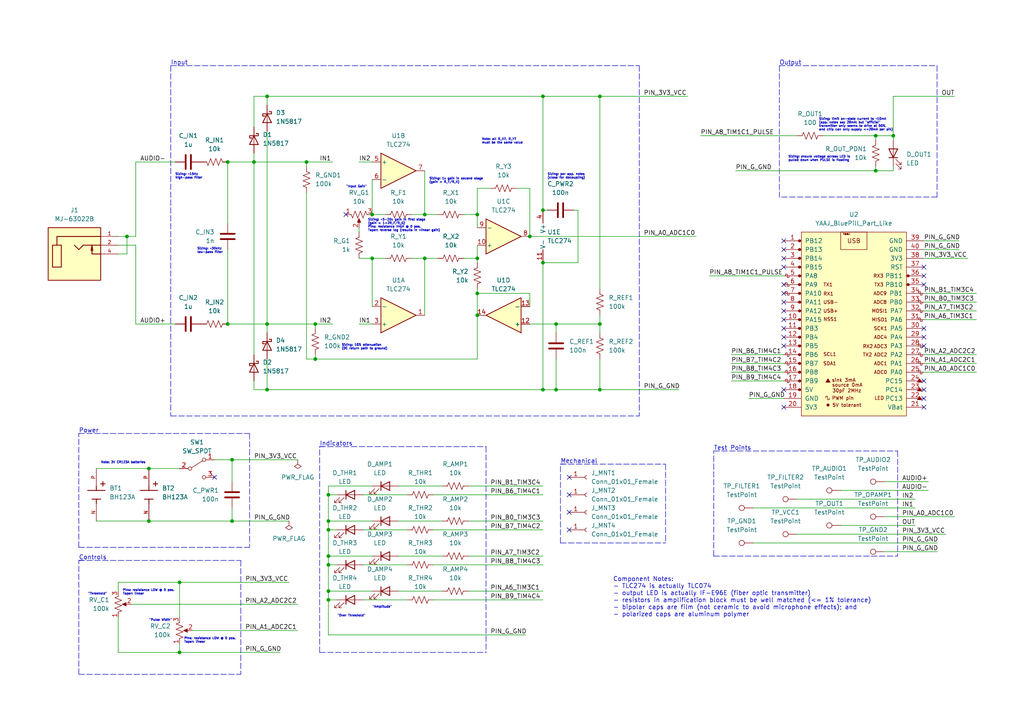
<source format=kicad_sch>
(kicad_sch (version 20211123) (generator eeschema)
  (paper "A4")
  (lib_symbols
    (symbol "Amplifier_Operational:TLC274" (pin_names (offset 0.127))
      (property "Reference" "U" (at 0 5.08 0))
      (property "Value" "TLC274" (at 0 -5.08 0))
      (symbol "TLC274_1_1"
        (pin output line (at 7.62 0 180) (length 2.54) (name "~") (number "1"))
        (pin input line (at -7.62 -2.54 0) (length 2.54) (name "-") (number "2"))
        (pin input line (at -7.62 2.54 0) (length 2.54) (name "+") (number "3"))
      )
      (symbol "TLC274_2_1"
        (pin input line (at -7.62 2.54 0) (length 2.54) (name "+") (number "5"))
        (pin input line (at -7.62 -2.54 0) (length 2.54) (name "-") (number "6"))
        (pin output line (at 7.62 0 180) (length 2.54) (name "~") (number "7"))
      )
      (symbol "TLC274_3_1"
        (pin input line (at -7.62 2.54 0) (length 2.54) (name "+") (number "10"))
        (pin output line (at 7.62 0 180) (length 2.54) (name "~") (number "8"))
        (pin input line (at -7.62 -2.54 0) (length 2.54) (name "-") (number "9"))
      )
      (symbol "TLC274_4_1"
        (pin input line (at -7.62 2.54 0) (length 2.54) (name "+") (number "12"))
        (pin input line (at -7.62 -2.54 0) (length 2.54) (name "-") (number "13"))
        (pin output line (at 7.62 0 180) (length 2.54) (name "~") (number "14"))
      )
      (symbol "TLC274_5_1"
        (pin power_in line (at -2.54 -7.62 90) (length 3.81) (name "V-") (number "11"))
        (pin power_in line (at -2.54 7.62 270) (length 3.81) (name "V+") (number "4"))
      )
    )
    (symbol "Connector:Conn_01x01_Female" (pin_names (offset 1.016) hide)
      (property "Reference" "J" (at 0 2.54 0))
      (property "Value" "Conn_01x01_Female" (at 0 -2.54 0))
      (symbol "Conn_01x01_Female_1_1"
        (pin passive line (at -5.08 0 0) (length 3.81) (name "Pin_1") (number "1"))
      )
    )
    (symbol "Connector:TestPoint" (pin_numbers hide) (pin_names (offset 0.762) hide)
      (property "Reference" "TP" (at 0 6.858 0))
      (property "Value" "TestPoint" (at 0 5.08 0))
      (symbol "TestPoint_1_1"
        (pin passive line (at 0 0 90) (length 2.54) (name "1") (number "1"))
      )
    )
    (symbol "Custom_Symbols:BH123A" (pin_names (offset 1.016) hide)
      (property "Reference" "BT" (at -3.81 3.81 0))
      (property "Value" "BH123A" (at -3.81 -5.08 0))
      (symbol "BH123A_0_0"
        (pin passive line (at 7.62 0 180) (length 5.08) (name "~") (number "N"))
        (pin passive line (at -7.62 0 0) (length 5.08) (name "~") (number "P"))
      )
    )
    (symbol "Custom_Symbols:MJ-63022B" (pin_names (offset 1.016) hide)
      (property "Reference" "J" (at -7.62 8.382 0))
      (property "Value" "MJ-63022B" (at -7.62 -8.382 0))
      (symbol "MJ-63022B_0_0"
        (pin passive line (at 12.7 5.08 180) (length 5.08) (name "~") (number "1"))
        (pin passive line (at 12.7 2.54 180) (length 5.08) (name "~") (number "2"))
        (pin passive line (at 12.7 0 180) (length 5.08) (name "~") (number "4"))
      )
    )
    (symbol "Custom_Symbols:YAAJ_BluePill_Part_Like" (pin_names (offset 1.016))
      (property "Reference" "U" (at -12.7 25.4 0))
      (property "Value" "YAAJ_BluePill_Part_Like" (at 0 2.54 90))
      (symbol "YAAJ_BluePill_Part_Like_0_0"
        (text "30pF 2MHz" (at -2.032 -20.574 0) (effects (font (size 0.9906 0.9906))))
        (text "5V tolerant" (at -2.032 -24.765 0) (effects (font (size 0.9906 0.9906))))
        (text "ADC0" (at 7.747 -15.24 0) (effects (font (size 0.9906 0.9906))))
        (text "ADC1" (at 7.747 -12.7 0) (effects (font (size 0.9906 0.9906))))
        (text "ADC2" (at 7.747 -10.16 0) (effects (font (size 0.9906 0.9906))))
        (text "ADC3" (at 7.747 -7.747 0) (effects (font (size 0.9906 0.9906))))
        (text "ADC4" (at 7.747 -5.08 0) (effects (font (size 0.9906 0.9906))))
        (text "ADC8" (at 7.62 5.08 0) (effects (font (size 0.9906 0.9906))))
        (text "ADC9" (at 7.62 7.62 0) (effects (font (size 0.9906 0.9906))))
        (text "LED" (at 7.366 -22.733 0) (effects (font (size 0.9906 0.9906))))
        (text "MISO1" (at 7.493 0 0) (effects (font (size 0.9906 0.9906))))
        (text "MOSI1" (at 7.493 2.54 0) (effects (font (size 0.9906 0.9906))))
        (text "NSS1" (at -6.858 0.127 0) (effects (font (size 0.9906 0.9906))))
        (text "PWM pin" (at -3.175 -22.733 0) (effects (font (size 0.9906 0.9906))))
        (text "RX1" (at -7.366 7.493 0) (effects (font (size 0.9906 0.9906))))
        (text "RX2" (at 4.064 -7.747 0) (effects (font (size 0.9906 0.9906))))
        (text "RX3" (at 7.112 12.7 0) (effects (font (size 0.9906 0.9906))))
        (text "SCK1" (at 7.747 -2.54 0) (effects (font (size 0.9906 0.9906))))
        (text "SCL1" (at -6.985 -10.033 0) (effects (font (size 0.9906 0.9906))))
        (text "SDA1" (at -6.985 -12.7 0) (effects (font (size 0.9906 0.9906))))
        (text "sink 3mA" (at -2.921 -17.526 0) (effects (font (size 0.9906 0.9906))))
        (text "source 0mA" (at -1.905 -18.923 0) (effects (font (size 0.9906 0.9906))))
        (text "TX1" (at -7.493 10.16 0) (effects (font (size 0.9906 0.9906))))
        (text "TX2" (at 3.937 -10.16 0) (effects (font (size 0.9906 0.9906))))
        (text "TX3" (at 7.239 10.16 0) (effects (font (size 0.9906 0.9906))))
        (text "USB" (at 0 22.86 0) (effects (font (size 1.27 1.27))))
        (text "USB+" (at -6.731 2.54 0) (effects (font (size 0.9906 0.9906))))
        (text "USB-" (at -6.731 5.08 0) (effects (font (size 0.9906 0.9906))))
        (text "Y@@J" (at -2.159 24.892 0) (effects (font (size 0.508 0.508))))
      )
      (symbol "YAAJ_BluePill_Part_Like_1_1"
        (pin bidirectional line (at -20.32 22.86 0) (length 5.08) (name "PB12") (number "1"))
        (pin bidirectional line (at -20.32 0 0) (length 5.08) (name "PA15") (number "10"))
        (pin bidirectional line (at -20.32 -2.54 0) (length 5.08) (name "PB3") (number "11"))
        (pin bidirectional line (at -20.32 -5.08 0) (length 5.08) (name "PB4") (number "12"))
        (pin bidirectional line (at -20.32 -7.62 0) (length 5.08) (name "PB5") (number "13"))
        (pin bidirectional line (at -20.32 -10.16 0) (length 5.08) (name "PB6") (number "14"))
        (pin bidirectional line (at -20.32 -12.7 0) (length 5.08) (name "PB7") (number "15"))
        (pin bidirectional line (at -20.32 -15.24 0) (length 5.08) (name "PB8") (number "16"))
        (pin bidirectional line (at -20.32 -17.78 0) (length 5.08) (name "PB9") (number "17"))
        (pin power_in line (at -20.32 -20.32 0) (length 5.08) (name "5V") (number "18"))
        (pin power_in line (at -20.32 -22.86 0) (length 5.08) (name "GND") (number "19"))
        (pin bidirectional line (at -20.32 20.32 0) (length 5.08) (name "PB13") (number "2"))
        (pin power_in line (at -20.32 -25.4 0) (length 5.08) (name "3V3") (number "20"))
        (pin power_in line (at 20.32 -25.4 180) (length 5.08) (name "VBat") (number "21"))
        (pin bidirectional line (at 20.32 -22.86 180) (length 5.08) (name "PC13") (number "22"))
        (pin bidirectional line (at 20.32 -20.32 180) (length 5.08) (name "PC14") (number "23"))
        (pin bidirectional line (at 20.32 -17.78 180) (length 5.08) (name "PC15") (number "24"))
        (pin bidirectional line (at 20.32 -15.24 180) (length 5.08) (name "PA0") (number "25"))
        (pin bidirectional line (at 20.32 -12.7 180) (length 5.08) (name "PA1") (number "26"))
        (pin bidirectional line (at 20.32 -10.16 180) (length 5.08) (name "PA2") (number "27"))
        (pin bidirectional line (at 20.32 -7.62 180) (length 5.08) (name "PA3") (number "28"))
        (pin bidirectional line (at 20.32 -5.08 180) (length 5.08) (name "PA4") (number "29"))
        (pin bidirectional line (at -20.32 17.78 0) (length 5.08) (name "PB14") (number "3"))
        (pin bidirectional line (at 20.32 -2.54 180) (length 5.08) (name "PA5") (number "30"))
        (pin bidirectional line (at 20.32 0 180) (length 5.08) (name "PA6") (number "31"))
        (pin bidirectional line (at 20.32 2.54 180) (length 5.08) (name "PA7") (number "32"))
        (pin bidirectional line (at 20.32 5.08 180) (length 5.08) (name "PB0") (number "33"))
        (pin bidirectional line (at 20.32 7.62 180) (length 5.08) (name "PB1") (number "34"))
        (pin bidirectional line (at 20.32 10.16 180) (length 5.08) (name "PB10") (number "35"))
        (pin bidirectional line (at 20.32 12.7 180) (length 5.08) (name "PB11") (number "36"))
        (pin input line (at 20.32 15.24 180) (length 5.08) (name "RST") (number "37"))
        (pin power_in line (at 20.32 17.78 180) (length 5.08) (name "3V3") (number "38"))
        (pin power_in line (at 20.32 22.86 180) (length 5.08) (name "GND") (number "39"))
        (pin bidirectional line (at -20.32 15.24 0) (length 5.08) (name "PB15") (number "4"))
        (pin power_in line (at 20.32 20.32 180) (length 5.08) (name "GND") (number "40"))
        (pin bidirectional line (at -20.32 12.7 0) (length 5.08) (name "PA8") (number "5"))
        (pin bidirectional line (at -20.32 10.16 0) (length 5.08) (name "PA9") (number "6"))
        (pin bidirectional line (at -20.32 7.62 0) (length 5.08) (name "PA10") (number "7"))
        (pin bidirectional line (at -20.32 5.08 0) (length 5.08) (name "PA11") (number "8"))
        (pin bidirectional line (at -20.32 2.54 0) (length 5.08) (name "PA12") (number "9"))
      )
    )
    (symbol "Device:C" (pin_numbers hide) (pin_names (offset 0.254))
      (property "Reference" "C" (at 0.635 2.54 0))
      (property "Value" "C" (at 0.635 -2.54 0))
      (symbol "C_1_1"
        (pin passive line (at 0 3.81 270) (length 2.794) (name "~") (number "1"))
        (pin passive line (at 0 -3.81 90) (length 2.794) (name "~") (number "2"))
      )
    )
    (symbol "Device:LED" (pin_numbers hide) (pin_names (offset 1.016) hide)
      (property "Reference" "D" (at 0 2.54 0))
      (property "Value" "LED" (at 0 -2.54 0))
      (symbol "LED_1_1"
        (pin passive line (at -3.81 0 0) (length 2.54) (name "K") (number "1"))
        (pin passive line (at 3.81 0 180) (length 2.54) (name "A") (number "2"))
      )
    )
    (symbol "Device:R_Potentiometer_US" (pin_names (offset 1.016) hide)
      (property "Reference" "RV" (at -4.445 0 90))
      (property "Value" "R_Potentiometer_US" (at -2.54 0 90))
      (symbol "R_Potentiometer_US_1_1"
        (pin passive line (at 0 3.81 270) (length 1.27) (name "1") (number "1"))
        (pin passive line (at 3.81 0 180) (length 1.27) (name "2") (number "2"))
        (pin passive line (at 0 -3.81 90) (length 1.27) (name "3") (number "3"))
      )
    )
    (symbol "Device:R_US" (pin_numbers hide) (pin_names (offset 0))
      (property "Reference" "R" (at 2.54 0 90))
      (property "Value" "R_US" (at -2.54 0 90))
      (symbol "R_US_1_1"
        (pin passive line (at 0 3.81 270) (length 1.27) (name "~") (number "1"))
        (pin passive line (at 0 -3.81 90) (length 1.27) (name "~") (number "2"))
      )
    )
    (symbol "Diode:1N5817" (pin_numbers hide) (pin_names (offset 1.016) hide)
      (property "Reference" "D" (at 0 2.54 0))
      (property "Value" "1N5817" (at 0 -2.54 0))
      (symbol "1N5817_1_1"
        (pin passive line (at -3.81 0 0) (length 2.54) (name "K") (number "1"))
        (pin passive line (at 3.81 0 180) (length 2.54) (name "A") (number "2"))
      )
    )
    (symbol "Switch:SW_SPDT" (pin_names (offset 0) hide)
      (property "Reference" "SW" (at 0 4.318 0))
      (property "Value" "SW_SPDT" (at 0 -5.08 0))
      (symbol "SW_SPDT_1_1"
        (pin passive line (at 5.08 2.54 180) (length 2.54) (name "A") (number "1"))
        (pin passive line (at -5.08 0 0) (length 2.54) (name "B") (number "2"))
        (pin passive line (at 5.08 -2.54 180) (length 2.54) (name "C") (number "3"))
      )
    )
    (symbol "power:PWR_FLAG" (power) (pin_numbers hide) (pin_names (offset 0) hide)
      (property "Value" "PWR_FLAG" (at 0 3.81 0))
      (symbol "PWR_FLAG_0_0"
        (pin power_out line (at 0 0 90) (length 0) (name "pwr") (number "1"))
      )
    )
  )
  (junction (at 95.25 153.67))
  (junction (at 88.9 46.99))
  (junction (at 157.48 113.03))
  (junction (at 67.31 133.35))
  (junction (at 91.44 104.14))
  (junction (at 161.29 93.98))
  (junction (at 123.19 62.23))
  (junction (at 138.43 85.09))
  (junction (at 95.25 173.99))
  (junction (at 43.18 151.13))
  (junction (at 157.48 27.94))
  (junction (at 73.66 46.99))
  (junction (at 138.43 91.44))
  (junction (at 138.43 74.93))
  (junction (at 67.31 151.13))
  (junction (at 157.48 76.2))
  (junction (at 52.07 189.23))
  (junction (at 138.43 62.23))
  (junction (at 36.83 68.58))
  (junction (at 254 49.53))
  (junction (at 173.99 93.98))
  (junction (at 259.08 39.37))
  (junction (at 107.95 74.93))
  (junction (at 66.04 46.99))
  (junction (at 95.25 163.83))
  (junction (at 52.07 168.91))
  (junction (at 123.19 74.93))
  (junction (at 107.95 62.23))
  (junction (at 77.47 113.03))
  (junction (at 153.67 68.58))
  (junction (at 95.25 143.51))
  (junction (at 95.25 151.13))
  (junction (at 254 39.37))
  (junction (at 157.48 60.96))
  (junction (at 173.99 27.94))
  (junction (at 161.29 113.03))
  (junction (at 66.04 93.98))
  (junction (at 95.25 171.45))
  (junction (at 77.47 93.98))
  (junction (at 77.47 27.94))
  (junction (at 95.25 161.29))
  (junction (at 91.44 93.98))
  (junction (at 43.18 135.89))
  (junction (at 173.99 113.03))
  (no_connect (at 227.33 87.63))
  (no_connect (at 227.33 85.09))
  (no_connect (at 227.33 82.55))
  (no_connect (at 227.33 97.79))
  (no_connect (at 227.33 72.39))
  (no_connect (at 227.33 77.47))
  (no_connect (at 227.33 69.85))
  (no_connect (at 227.33 74.93))
  (no_connect (at 227.33 92.71))
  (no_connect (at 227.33 90.17))
  (no_connect (at 227.33 95.25))
  (no_connect (at 227.33 113.03))
  (no_connect (at 267.97 95.25))
  (no_connect (at 267.97 113.03))
  (no_connect (at 267.97 115.57))
  (no_connect (at 267.97 118.11))
  (no_connect (at 267.97 110.49))
  (no_connect (at 267.97 77.47))
  (no_connect (at 267.97 82.55))
  (no_connect (at 267.97 80.01))
  (no_connect (at 165.1 148.59))
  (no_connect (at 165.1 143.51))
  (no_connect (at 165.1 138.43))
  (no_connect (at 165.1 153.67))
  (no_connect (at 267.97 100.33))
  (no_connect (at 227.33 100.33))
  (no_connect (at 100.33 62.23))
  (no_connect (at 62.23 138.43))
  (no_connect (at 227.33 118.11))
  (no_connect (at 267.97 97.79))
  (wire (pts (xy 107.95 74.93) (xy 107.95 88.9)))
  (wire (pts (xy 267.97 90.17) (xy 283.21 90.17)))
  (wire (pts (xy 115.57 140.97) (xy 128.27 140.97)))
  (wire (pts (xy 88.9 104.14) (xy 91.44 104.14)))
  (wire (pts (xy 91.44 102.87) (xy 91.44 104.14)))
  (wire (pts (xy 153.67 54.61) (xy 153.67 68.58)))
  (wire (pts (xy 125.73 163.83) (xy 157.48 163.83)))
  (polyline (pts (xy 207.01 130.81) (xy 260.35 130.81)))
  (wire (pts (xy 104.14 74.93) (xy 107.95 74.93)))
  (wire (pts (xy 34.29 189.23) (xy 52.07 189.23)))
  (wire (pts (xy 95.25 173.99) (xy 95.25 184.15)))
  (wire (pts (xy 153.67 68.58) (xy 201.93 68.58)))
  (wire (pts (xy 73.66 46.99) (xy 88.9 46.99)))
  (wire (pts (xy 95.25 161.29) (xy 95.25 163.83)))
  (wire (pts (xy 135.89 140.97) (xy 157.48 140.97)))
  (wire (pts (xy 134.62 74.93) (xy 138.43 74.93)))
  (wire (pts (xy 138.43 74.93) (xy 138.43 76.2)))
  (polyline (pts (xy 92.71 189.23) (xy 140.97 189.23)))
  (wire (pts (xy 212.09 107.95) (xy 227.33 107.95)))
  (wire (pts (xy 218.44 147.32) (xy 265.43 147.32)))
  (wire (pts (xy 52.07 189.23) (xy 52.07 186.69)))
  (wire (pts (xy 95.25 171.45) (xy 95.25 173.99)))
  (wire (pts (xy 88.9 55.88) (xy 88.9 104.14)))
  (wire (pts (xy 88.9 46.99) (xy 96.52 46.99)))
  (wire (pts (xy 119.38 62.23) (xy 123.19 62.23)))
  (wire (pts (xy 95.25 153.67) (xy 95.25 161.29)))
  (polyline (pts (xy 22.86 125.73) (xy 72.39 125.73)))
  (wire (pts (xy 125.73 153.67) (xy 157.48 153.67)))
  (wire (pts (xy 77.47 96.52) (xy 77.47 93.98)))
  (wire (pts (xy 105.41 153.67) (xy 118.11 153.67)))
  (wire (pts (xy 39.37 93.98) (xy 50.8 93.98)))
  (wire (pts (xy 104.14 46.99) (xy 107.95 46.99)))
  (wire (pts (xy 267.97 74.93) (xy 280.67 74.93)))
  (wire (pts (xy 267.97 92.71) (xy 283.21 92.71)))
  (wire (pts (xy 167.64 60.96) (xy 167.64 76.2)))
  (wire (pts (xy 153.67 85.09) (xy 138.43 85.09)))
  (wire (pts (xy 39.37 71.12) (xy 39.37 93.98)))
  (wire (pts (xy 267.97 102.87) (xy 283.21 102.87)))
  (wire (pts (xy 73.66 27.94) (xy 73.66 36.83)))
  (wire (pts (xy 213.36 49.53) (xy 254 49.53)))
  (wire (pts (xy 205.74 80.01) (xy 227.33 80.01)))
  (wire (pts (xy 138.43 104.14) (xy 138.43 91.44)))
  (wire (pts (xy 104.14 66.04) (xy 104.14 67.31)))
  (polyline (pts (xy 162.56 134.62) (xy 193.04 134.62)))
  (wire (pts (xy 161.29 93.98) (xy 173.99 93.98)))
  (wire (pts (xy 238.76 39.37) (xy 254 39.37)))
  (wire (pts (xy 95.25 161.29) (xy 107.95 161.29)))
  (wire (pts (xy 73.66 113.03) (xy 77.47 113.03)))
  (polyline (pts (xy 22.86 162.56) (xy 69.85 162.56)))
  (wire (pts (xy 27.94 135.89) (xy 43.18 135.89)))
  (wire (pts (xy 161.29 96.52) (xy 161.29 93.98)))
  (wire (pts (xy 267.97 85.09) (xy 283.21 85.09)))
  (wire (pts (xy 105.41 173.99) (xy 118.11 173.99)))
  (wire (pts (xy 259.08 27.94) (xy 276.86 27.94)))
  (polyline (pts (xy 72.39 125.73) (xy 72.39 158.75)))
  (polyline (pts (xy 162.56 134.62) (xy 163.83 134.62)))
  (wire (pts (xy 67.31 151.13) (xy 83.82 151.13)))
  (wire (pts (xy 173.99 96.52) (xy 173.99 93.98)))
  (wire (pts (xy 77.47 27.94) (xy 157.48 27.94)))
  (wire (pts (xy 138.43 85.09) (xy 138.43 91.44)))
  (wire (pts (xy 73.66 46.99) (xy 73.66 102.87)))
  (wire (pts (xy 55.88 182.88) (xy 86.36 182.88)))
  (wire (pts (xy 91.44 104.14) (xy 138.43 104.14)))
  (wire (pts (xy 77.47 38.1) (xy 77.47 93.98)))
  (wire (pts (xy 243.84 142.24) (xy 269.24 142.24)))
  (wire (pts (xy 161.29 113.03) (xy 173.99 113.03)))
  (wire (pts (xy 39.37 46.99) (xy 50.8 46.99)))
  (polyline (pts (xy 226.06 19.05) (xy 226.06 57.15)))
  (wire (pts (xy 138.43 62.23) (xy 138.43 66.04)))
  (polyline (pts (xy 92.71 129.54) (xy 93.98 129.54)))
  (polyline (pts (xy 193.04 134.62) (xy 193.04 157.48)))
  (wire (pts (xy 95.25 140.97) (xy 95.25 143.51)))
  (wire (pts (xy 43.18 151.13) (xy 67.31 151.13)))
  (wire (pts (xy 173.99 91.44) (xy 173.99 93.98)))
  (wire (pts (xy 115.57 151.13) (xy 128.27 151.13)))
  (wire (pts (xy 43.18 135.89) (xy 52.07 135.89)))
  (wire (pts (xy 67.31 133.35) (xy 67.31 139.7)))
  (wire (pts (xy 77.47 104.14) (xy 77.47 113.03)))
  (wire (pts (xy 95.25 151.13) (xy 95.25 153.67)))
  (wire (pts (xy 66.04 46.99) (xy 66.04 64.77)))
  (wire (pts (xy 231.14 154.94) (xy 274.32 154.94)))
  (polyline (pts (xy 69.85 162.56) (xy 69.85 195.58)))
  (wire (pts (xy 95.25 143.51) (xy 95.25 151.13)))
  (wire (pts (xy 95.25 151.13) (xy 107.95 151.13)))
  (wire (pts (xy 149.86 54.61) (xy 153.67 54.61)))
  (wire (pts (xy 34.29 168.91) (xy 34.29 171.45)))
  (wire (pts (xy 38.1 175.26) (xy 86.36 175.26)))
  (polyline (pts (xy 22.86 158.75) (xy 72.39 158.75)))
  (polyline (pts (xy 162.56 157.48) (xy 193.04 157.48)))
  (wire (pts (xy 52.07 168.91) (xy 83.82 168.91)))
  (polyline (pts (xy 22.86 158.75) (xy 22.86 125.73)))
  (wire (pts (xy 259.08 39.37) (xy 259.08 40.64)))
  (wire (pts (xy 105.41 163.83) (xy 118.11 163.83)))
  (wire (pts (xy 66.04 93.98) (xy 77.47 93.98)))
  (polyline (pts (xy 271.78 19.05) (xy 271.78 57.15)))
  (wire (pts (xy 97.79 153.67) (xy 95.25 153.67)))
  (polyline (pts (xy 207.01 161.29) (xy 207.01 130.81)))
  (wire (pts (xy 95.25 171.45) (xy 107.95 171.45)))
  (wire (pts (xy 142.24 54.61) (xy 138.43 54.61)))
  (wire (pts (xy 95.25 163.83) (xy 97.79 163.83)))
  (wire (pts (xy 135.89 161.29) (xy 157.48 161.29)))
  (wire (pts (xy 173.99 27.94) (xy 199.39 27.94)))
  (wire (pts (xy 77.47 30.48) (xy 77.47 27.94)))
  (polyline (pts (xy 271.78 57.15) (xy 226.06 57.15)))
  (polyline (pts (xy 49.53 19.05) (xy 185.42 19.05)))
  (wire (pts (xy 167.64 76.2) (xy 157.48 76.2)))
  (wire (pts (xy 138.43 71.12) (xy 138.43 74.93)))
  (wire (pts (xy 267.97 69.85) (xy 278.13 69.85)))
  (wire (pts (xy 34.29 71.12) (xy 39.37 71.12)))
  (wire (pts (xy 135.89 171.45) (xy 157.48 171.45)))
  (wire (pts (xy 67.31 147.32) (xy 67.31 151.13)))
  (polyline (pts (xy 22.86 162.56) (xy 24.13 162.56)))
  (wire (pts (xy 231.14 144.78) (xy 265.43 144.78)))
  (wire (pts (xy 259.08 48.26) (xy 259.08 49.53)))
  (wire (pts (xy 254 49.53) (xy 259.08 49.53)))
  (wire (pts (xy 95.25 184.15) (xy 152.4 184.15)))
  (wire (pts (xy 34.29 73.66) (xy 36.83 73.66)))
  (polyline (pts (xy 49.53 19.05) (xy 49.53 120.65)))
  (wire (pts (xy 166.37 60.96) (xy 167.64 60.96)))
  (wire (pts (xy 203.2 39.37) (xy 231.14 39.37)))
  (wire (pts (xy 52.07 179.07) (xy 52.07 168.91)))
  (wire (pts (xy 91.44 93.98) (xy 91.44 95.25)))
  (wire (pts (xy 66.04 72.39) (xy 66.04 93.98)))
  (wire (pts (xy 267.97 87.63) (xy 283.21 87.63)))
  (polyline (pts (xy 162.56 157.48) (xy 162.56 134.62)))
  (polyline (pts (xy 92.71 129.54) (xy 140.97 129.54)))
  (polyline (pts (xy 92.71 189.23) (xy 92.71 129.54)))
  (wire (pts (xy 73.66 27.94) (xy 77.47 27.94)))
  (wire (pts (xy 107.95 140.97) (xy 95.25 140.97)))
  (wire (pts (xy 161.29 104.14) (xy 161.29 113.03)))
  (wire (pts (xy 218.44 157.48) (xy 271.78 157.48)))
  (wire (pts (xy 119.38 74.93) (xy 123.19 74.93)))
  (wire (pts (xy 66.04 46.99) (xy 73.66 46.99)))
  (wire (pts (xy 157.48 27.94) (xy 173.99 27.94)))
  (wire (pts (xy 115.57 171.45) (xy 128.27 171.45)))
  (wire (pts (xy 123.19 74.93) (xy 123.19 91.44)))
  (wire (pts (xy 259.08 27.94) (xy 259.08 39.37)))
  (wire (pts (xy 27.94 151.13) (xy 43.18 151.13)))
  (polyline (pts (xy 260.35 130.81) (xy 260.35 161.29)))
  (wire (pts (xy 173.99 27.94) (xy 173.99 83.82)))
  (wire (pts (xy 77.47 93.98) (xy 91.44 93.98)))
  (wire (pts (xy 105.41 143.51) (xy 118.11 143.51)))
  (wire (pts (xy 104.14 93.98) (xy 107.95 93.98)))
  (wire (pts (xy 256.54 160.02) (xy 271.78 160.02)))
  (polyline (pts (xy 207.01 161.29) (xy 260.35 161.29)))
  (wire (pts (xy 243.84 152.4) (xy 265.43 152.4)))
  (wire (pts (xy 39.37 68.58) (xy 39.37 46.99)))
  (polyline (pts (xy 49.53 120.65) (xy 185.42 120.65)))
  (wire (pts (xy 153.67 93.98) (xy 161.29 93.98)))
  (polyline (pts (xy 22.86 195.58) (xy 22.86 162.56)))
  (wire (pts (xy 267.97 105.41) (xy 283.21 105.41)))
  (wire (pts (xy 254 39.37) (xy 259.08 39.37)))
  (wire (pts (xy 67.31 133.35) (xy 86.36 133.35)))
  (wire (pts (xy 267.97 107.95) (xy 283.21 107.95)))
  (wire (pts (xy 34.29 168.91) (xy 52.07 168.91)))
  (wire (pts (xy 267.97 72.39) (xy 278.13 72.39)))
  (wire (pts (xy 91.44 93.98) (xy 96.52 93.98)))
  (wire (pts (xy 256.54 149.86) (xy 276.86 149.86)))
  (wire (pts (xy 107.95 62.23) (xy 111.76 62.23)))
  (wire (pts (xy 138.43 83.82) (xy 138.43 85.09)))
  (wire (pts (xy 77.47 113.03) (xy 157.48 113.03)))
  (wire (pts (xy 34.29 179.07) (xy 34.29 189.23)))
  (wire (pts (xy 135.89 151.13) (xy 157.48 151.13)))
  (wire (pts (xy 88.9 46.99) (xy 88.9 48.26)))
  (wire (pts (xy 153.67 88.9) (xy 153.67 85.09)))
  (polyline (pts (xy 185.42 19.05) (xy 185.42 120.65)))
  (wire (pts (xy 173.99 104.14) (xy 173.99 113.03)))
  (wire (pts (xy 95.25 173.99) (xy 97.79 173.99)))
  (wire (pts (xy 36.83 73.66) (xy 36.83 68.58)))
  (polyline (pts (xy 226.06 19.05) (xy 271.78 19.05)))
  (wire (pts (xy 157.48 60.96) (xy 158.75 60.96)))
  (polyline (pts (xy 140.97 129.54) (xy 140.97 189.23)))
  (wire (pts (xy 157.48 113.03) (xy 161.29 113.03)))
  (wire (pts (xy 212.09 110.49) (xy 227.33 110.49)))
  (wire (pts (xy 95.25 163.83) (xy 95.25 171.45)))
  (wire (pts (xy 138.43 54.61) (xy 138.43 62.23)))
  (wire (pts (xy 111.76 74.93) (xy 107.95 74.93)))
  (wire (pts (xy 134.62 62.23) (xy 138.43 62.23)))
  (wire (pts (xy 157.48 76.2) (xy 157.48 113.03)))
  (wire (pts (xy 256.54 139.7) (xy 269.24 139.7)))
  (wire (pts (xy 254 48.26) (xy 254 49.53)))
  (wire (pts (xy 62.23 133.35) (xy 67.31 133.35)))
  (wire (pts (xy 254 39.37) (xy 254 40.64)))
  (wire (pts (xy 217.17 115.57) (xy 227.33 115.57)))
  (polyline (pts (xy 22.86 195.58) (xy 69.85 195.58)))
  (wire (pts (xy 73.66 110.49) (xy 73.66 113.03)))
  (wire (pts (xy 212.09 105.41) (xy 227.33 105.41)))
  (wire (pts (xy 34.29 68.58) (xy 36.83 68.58)))
  (wire (pts (xy 73.66 44.45) (xy 73.66 46.99)))
  (wire (pts (xy 95.25 143.51) (xy 97.79 143.51)))
  (wire (pts (xy 107.95 52.07) (xy 107.95 62.23)))
  (wire (pts (xy 115.57 161.29) (xy 128.27 161.29)))
  (wire (pts (xy 125.73 143.51) (xy 157.48 143.51)))
  (wire (pts (xy 123.19 62.23) (xy 127 62.23)))
  (wire (pts (xy 123.19 49.53) (xy 123.19 62.23)))
  (wire (pts (xy 36.83 68.58) (xy 39.37 68.58)))
  (wire (pts (xy 173.99 113.03) (xy 196.85 113.03)))
  (wire (pts (xy 52.07 189.23) (xy 81.28 189.23)))
  (wire (pts (xy 125.73 173.99) (xy 157.48 173.99)))
  (wire (pts (xy 212.09 102.87) (xy 227.33 102.87)))
  (wire (pts (xy 157.48 27.94) (xy 157.48 60.96)))
  (wire (pts (xy 123.19 74.93) (xy 127 74.93)))
  (text "Component Notes:\n- TLC274 is actually TLC074\n- output LED is actually IF-E96E (fiber optic transmitter)\n- resistors in amplification block must be well matched (<= 1% tolerance)\n- bipolar caps are film (not ceramic to avoid microphone effects); and\n- polarized caps are aluminum polymer" (at 177.8 179.07 0) (effects (font (size 1.27 1.27)) (justify left bottom)))
  (text "Sizing: ~30kHz\nlow-pass filter" (at 57.15 73.66 0) (effects (font (size 0.635 0.635)) (justify left bottom)))
  (text "\"Over Threshold\"" (at 97.79 179.07 0) (effects (font (size 0.635 0.635)) (justify left bottom)))
  (text "Controls\n" (at 22.86 162.56 0) (effects (font (size 1.27 1.27)) (justify left bottom)))
  (text "\"Threshold\"" (at 25.4 172.72 0) (effects (font (size 0.635 0.635)) (justify left bottom)))
  (text "Pins: resistance LOW @ 0 pos.\nTaper: linear" (at 35.56 172.72 0) (effects (font (size 0.635 0.635)) (justify left bottom)))
  (text "Input" (at 49.53 19.05 0) (effects (font (size 1.27 1.27)) (justify left bottom)))
  (text "Power" (at 22.86 125.73 0) (effects (font (size 1.27 1.27)) (justify left bottom)))
  (text "Sizing: limit on-state current to ~10mA\n(app. notes say 20mA; but \"official\"\ntransmitter only seems to drive at 50%,\nand chip can only supply <=20mA per pin)" (at 237.49 38.1 0) (effects (font (size 0.635 0.635)) (justify left bottom)))
  (text "Output" (at 226.06 19.05 0) (effects (font (size 1.27 1.27)) (justify left bottom)))
  (text "Mechanical" (at 162.56 134.62 0) (effects (font (size 1.27 1.27)) (justify left bottom)))
  (text "Sizing: ensure voltage across LED is\npulled down when PULSE is floating" (at 228.6 46.99 0) (effects (font (size 0.635 0.635)) (justify left bottom)))
  (text "Test Points" (at 207.01 130.81 0) (effects (font (size 1.27 1.27)) (justify left bottom)))
  (text "Indicators" (at 92.71 129.54 0) (effects (font (size 1.27 1.27)) (justify left bottom)))
  (text "Sizing: ~3-20x gain in first stage\n(gain = 1+2R_F/R_G)\nPins: resistance HIGH @ 0 pos.\nTaper: reverse log (results in ~linear gain)" (at 106.68 67.31 0) (effects (font (size 0.635 0.635)) (justify left bottom)))
  (text "Sizing: ~15Hz\nhigh-pass filter" (at 50.8 52.07 0) (effects (font (size 0.635 0.635)) (justify left bottom)))
  (text "\"Amplitude\"" (at 107.95 176.53 0) (effects (font (size 0.635 0.635)) (justify left bottom)))
  (text "Sizing: 1x gain in second stage\n(gain = R_Y/R_X)" (at 124.46 53.34 0) (effects (font (size 0.635 0.635)) (justify left bottom)))
  (text "Note: all R_X?, R_Y?\nmust be the same value" (at 139.7 41.91 0) (effects (font (size 0.635 0.635)) (justify left bottom)))
  (text "\"Pulse Width\"" (at 43.18 180.34 0) (effects (font (size 0.635 0.635)) (justify left bottom)))
  (text "Sizing: 10% attenuation\n(DC return path to ground)" (at 99.06 101.6 0) (effects (font (size 0.635 0.635)) (justify left bottom)))
  (text "Note: 3V CR123A batteries" (at 29.21 134.62 0) (effects (font (size 0.635 0.635)) (justify left bottom)))
  (text "\"Input Gain\"" (at 100.33 54.61 0) (effects (font (size 0.635 0.635)) (justify left bottom)))
  (text "Sizing: per app. notes\n(close for decoupling)" (at 158.75 52.07 0) (effects (font (size 0.635 0.635)) (justify left bottom)))
  (text "Pins: resistance LOW @ 0 pos.\nTaper: linear" (at 53.34 186.69 0) (effects (font (size 0.635 0.635)) (justify left bottom)))
  (label "PIN_3V3_VCC" (at 186.69 27.94 0))
  (label "PIN_G_GND" (at 213.36 49.53 0))
  (label "PIN_B1_TIM3C4" (at 142.24 140.97 0))
  (label "PIN_A1_ADC2C1" (at 71.12 182.88 0))
  (label "PIN_A7_TIM3C2" (at 267.97 90.17 0))
  (label "PIN_B6_TIM4C1" (at 142.24 143.51 0))
  (label "PIN_G_GND" (at 261.62 160.02 0))
  (label "PIN_A6_TIM3C1" (at 142.24 171.45 0))
  (label "PIN_G_GND" (at 142.24 184.15 0))
  (label "PIN_A0_ADC1C0" (at 186.69 68.58 0))
  (label "PIN_A8_TIM1C1_PULSE" (at 205.74 80.01 0))
  (label "PIN_A8_TIM1C1_PULSE" (at 203.2 39.37 0))
  (label "PIN_G_GND" (at 71.12 189.23 0))
  (label "PIN_B9_TIM4C4" (at 142.24 173.99 0))
  (label "AUDIO+" (at 261.62 139.7 0))
  (label "IN2" (at 104.14 46.99 0))
  (label "PIN_B7_TIM4C2" (at 212.09 105.41 0))
  (label "PIN_B9_TIM4C4" (at 212.09 110.49 0))
  (label "OUT" (at 261.62 152.4 0))
  (label "AUDIO-" (at 261.62 142.24 0))
  (label "PIN_A0_ADC1C0" (at 267.97 107.95 0))
  (label "PIN_B0_TIM3C3" (at 142.24 151.13 0))
  (label "PIN_G_GND" (at 217.17 115.57 0))
  (label "PIN_B6_TIM4C1" (at 212.09 102.87 0))
  (label "PIN_3V3_VCC" (at 71.12 168.91 0))
  (label "PIN_3V3_VCC" (at 267.97 74.93 0))
  (label "PIN_B1_TIM3C4" (at 267.97 85.09 0))
  (label "IN1" (at 104.14 93.98 0))
  (label "PIN_3V3_VCC" (at 73.66 133.35 0))
  (label "IN1" (at 92.71 46.99 0))
  (label "PIN_A7_TIM3C2" (at 142.24 161.29 0))
  (label "PIN_G_GND" (at 267.97 72.39 0))
  (label "IN2" (at 92.71 93.98 0))
  (label "PIN_A1_ADC2C1" (at 267.97 105.41 0))
  (label "PIN_G_GND" (at 73.66 151.13 0))
  (label "PIN_B8_TIM4C3" (at 212.09 107.95 0))
  (label "IN1" (at 261.62 147.32 0))
  (label "PIN_G_GND" (at 261.62 157.48 0))
  (label "PIN_B7_TIM4C2" (at 142.24 153.67 0))
  (label "AUDIO-" (at 40.64 46.99 0))
  (label "PIN_3V3_VCC" (at 261.62 154.94 0))
  (label "PIN_A2_ADC2C2" (at 267.97 102.87 0))
  (label "PIN_A6_TIM3C1" (at 267.97 92.71 0))
  (label "PIN_A0_ADC1C0" (at 261.62 149.86 0))
  (label "IN2" (at 261.62 144.78 0))
  (label "PIN_B0_TIM3C3" (at 267.97 87.63 0))
  (label "PIN_A2_ADC2C2" (at 71.12 175.26 0))
  (label "AUDIO+" (at 40.64 93.98 0))
  (label "PIN_B8_TIM4C3" (at 142.24 163.83 0))
  (label "PIN_G_GND" (at 267.97 69.85 0))
  (label "PIN_G_GND" (at 186.69 113.03 0))
  (label "OUT" (at 273.05 27.94 0))
  (symbol (lib_id "Connector:TestPoint") (at 231.14 144.78 90) (unit 1)
    (property "Reference" "TP_FILTER2" (at 227.838 138.43 90))
    (property "Value" "TestPoint" (at 227.838 140.97 90))
    (property "Footprint" "TestPoint:TestPoint_THTPad_2.0x2.0mm_Drill1.0mm" (effects hide))
  )
  (symbol (lib_id "Device:R_Potentiometer_US") (at 104.14 62.23 90) (mirror x) (unit 1)
    (property "Reference" "RV_G1" (at 104.14 55.88 90))
    (property "Value" "10k" (at 104.14 58.42 90))
    (property "Footprint" "Custom_Footprints:TRIM_PT01-D130D-A103" (effects hide))
  )
  (symbol (lib_id "Device:C") (at 67.31 143.51 0) (mirror x) (unit 1)
    (property "Reference" "C_PWR1" (at 63.5 142.2399 0) (effects (justify right)))
    (property "Value" "100n" (at 63.5 144.7799 0) (effects (justify right)))
    (property "Footprint" "Capacitor_THT:C_Rect_L7.2mm_W2.5mm_P5.00mm_FKS2_FKP2_MKS2_MKP2" (effects hide))
  )
  (symbol (lib_id "Diode:1N5817") (at 77.47 34.29 270) (unit 1)
    (property "Reference" "D3" (at 80.01 32.7024 90) (effects (justify left)))
    (property "Value" "1N5817" (at 80.01 35.2424 90) (effects (justify left)))
    (property "Footprint" "Diode_THT:D_DO-41_SOD81_P10.16mm_Horizontal" (effects hide))
    (property "Datasheet" "http://www.vishay.com/docs/88525/1n5817.pdf" (effects hide))
  )
  (symbol (lib_id "Connector:Conn_01x01_Female") (at 170.18 148.59 0) (unit 1)
    (property "Reference" "J_MNT3" (at 171.45 147.3199 0) (effects (justify left)))
    (property "Value" "Conn_01x01_Female" (at 171.45 149.8599 0) (effects (justify left)))
    (property "Footprint" "MountingHole:MountingHole_3.2mm_M3_Pad" (effects hide))
  )
  (symbol (lib_id "Diode:1N5817") (at 73.66 40.64 270) (unit 1)
    (property "Reference" "D1" (at 76.2 39.0524 90) (effects (justify left)))
    (property "Value" "1N5817" (at 76.2 41.5924 90) (effects (justify left)))
    (property "Footprint" "Diode_THT:D_DO-41_SOD81_P10.16mm_Horizontal" (effects hide))
    (property "Datasheet" "http://www.vishay.com/docs/88525/1n5817.pdf" (effects hide))
  )
  (symbol (lib_id "Device:LED") (at 111.76 140.97 0) (unit 1)
    (property "Reference" "D_AMP1" (at 110.1725 134.62 0))
    (property "Value" "LED" (at 110.1725 137.16 0))
    (property "Footprint" "LED_THT:LED_D5.0mm" (effects hide))
  )
  (symbol (lib_id "Device:R_US") (at 130.81 74.93 90) (unit 1)
    (property "Reference" "R_X2" (at 130.81 68.58 90))
    (property "Value" "10k" (at 130.81 71.12 90))
    (property "Footprint" "Resistor_THT:R_Axial_DIN0204_L3.6mm_D1.6mm_P5.08mm_Horizontal" (effects hide))
  )
  (symbol (lib_id "Amplifier_Operational:TLC274") (at 115.57 49.53 0) (unit 2)
    (property "Reference" "U1" (at 115.57 39.37 0))
    (property "Value" "TLC274" (at 115.57 41.91 0))
    (property "Footprint" "Package_DIP:DIP-14_W7.62mm_Socket" (effects hide))
    (property "Datasheet" "http://www.ti.com/lit/ds/symlink/tlc274.pdf" (effects hide))
  )
  (symbol (lib_id "Connector:TestPoint") (at 218.44 147.32 90) (unit 1)
    (property "Reference" "TP_FILTER1" (at 215.138 140.97 90))
    (property "Value" "TestPoint" (at 215.138 143.51 90))
    (property "Footprint" "TestPoint:TestPoint_THTPad_2.0x2.0mm_Drill1.0mm" (effects hide))
  )
  (symbol (lib_id "Device:R_US") (at 132.08 171.45 90) (unit 1)
    (property "Reference" "R_AMP4" (at 132.08 165.1 90))
    (property "Value" "10k" (at 132.08 167.64 90))
    (property "Footprint" "Resistor_THT:R_Axial_DIN0204_L3.6mm_D1.6mm_P5.08mm_Horizontal" (effects hide))
  )
  (symbol (lib_id "Device:C") (at 54.61 46.99 90) (unit 1)
    (property "Reference" "C_IN1" (at 54.61 39.37 90))
    (property "Value" "1u" (at 54.61 41.91 90))
    (property "Footprint" "Capacitor_THT:C_Rect_L7.2mm_W5.5mm_P5.00mm_FKS2_FKP2_MKS2_MKP2" (effects hide))
  )
  (symbol (lib_id "Device:LED") (at 259.08 44.45 90) (unit 1)
    (property "Reference" "D_OUT1" (at 262.89 44.7674 90) (effects (justify right)))
    (property "Value" "LED" (at 262.89 47.3074 90) (effects (justify right)))
    (property "Footprint" "Custom_Footprints:IF-E96E" (effects hide))
  )
  (symbol (lib_id "Device:R_US") (at 62.23 93.98 90) (unit 1)
    (property "Reference" "R_IN2" (at 62.23 87.63 90))
    (property "Value" "10k" (at 62.23 90.17 90))
    (property "Footprint" "Resistor_THT:R_Axial_DIN0204_L3.6mm_D1.6mm_P5.08mm_Horizontal" (effects hide))
  )
  (symbol (lib_id "Device:C") (at 66.04 68.58 0) (mirror x) (unit 1)
    (property "Reference" "C_IN3" (at 62.23 67.3099 0) (effects (justify right)))
    (property "Value" "1n" (at 62.23 69.8499 0) (effects (justify right)))
    (property "Footprint" "Capacitor_THT:C_Rect_L7.2mm_W2.5mm_P5.00mm_FKS2_FKP2_MKS2_MKP2" (effects hide))
  )
  (symbol (lib_id "Custom_Symbols:YAAJ_BluePill_Part_Like") (at 247.65 92.71 0) (unit 1)
    (property "Reference" "U2" (at 247.65 62.23 0))
    (property "Value" "YAAJ_BluePill_Part_Like" (at 247.65 64.77 0))
    (property "Footprint" "Custom_Footprints:YAAJ_BluePill_1" (effects hide))
  )
  (symbol (lib_id "Amplifier_Operational:TLC274") (at 115.57 91.44 0) (mirror x) (unit 1)
    (property "Reference" "U1" (at 115.57 81.28 0))
    (property "Value" "TLC274" (at 115.57 83.82 0))
    (property "Footprint" "Package_DIP:DIP-14_W7.62mm_Socket" (effects hide))
    (property "Datasheet" "http://www.ti.com/lit/ds/symlink/tlc274.pdf" (effects hide))
  )
  (symbol (lib_id "Connector:TestPoint") (at 218.44 157.48 90) (unit 1)
    (property "Reference" "TP_GND1" (at 215.138 151.13 90))
    (property "Value" "TestPoint" (at 215.138 153.67 90))
    (property "Footprint" "TestPoint:TestPoint_THTPad_2.0x2.0mm_Drill1.0mm" (effects hide))
  )
  (symbol (lib_id "Device:R_US") (at 234.95 39.37 90) (unit 1)
    (property "Reference" "R_OUT1" (at 234.95 33.02 90))
    (property "Value" "100" (at 234.95 35.56 90))
    (property "Footprint" "Resistor_THT:R_Axial_DIN0204_L3.6mm_D1.6mm_P5.08mm_Horizontal" (effects hide))
  )
  (symbol (lib_id "Connector:TestPoint") (at 231.14 154.94 90) (unit 1)
    (property "Reference" "TP_VCC1" (at 227.838 148.59 90))
    (property "Value" "TestPoint" (at 227.838 151.13 90))
    (property "Footprint" "TestPoint:TestPoint_THTPad_2.0x2.0mm_Drill1.0mm" (effects hide))
  )
  (symbol (lib_id "Device:C") (at 54.61 93.98 90) (unit 1)
    (property "Reference" "C_IN2" (at 54.61 86.36 90))
    (property "Value" "1u" (at 54.61 88.9 90))
    (property "Footprint" "Capacitor_THT:C_Rect_L7.2mm_W5.5mm_P5.00mm_FKS2_FKP2_MKS2_MKP2" (effects hide))
  )
  (symbol (lib_id "Device:R_US") (at 132.08 151.13 90) (unit 1)
    (property "Reference" "R_AMP2" (at 132.08 144.78 90))
    (property "Value" "10k" (at 132.08 147.32 90))
    (property "Footprint" "Resistor_THT:R_Axial_DIN0204_L3.6mm_D1.6mm_P5.08mm_Horizontal" (effects hide))
  )
  (symbol (lib_id "Device:R_US") (at 146.05 54.61 90) (unit 1)
    (property "Reference" "R_Y3" (at 146.05 48.26 90))
    (property "Value" "10k" (at 146.05 50.8 90))
    (property "Footprint" "Resistor_THT:R_Axial_DIN0204_L3.6mm_D1.6mm_P5.08mm_Horizontal" (effects hide))
  )
  (symbol (lib_id "Device:LED") (at 111.76 151.13 0) (unit 1)
    (property "Reference" "D_AMP2" (at 110.1725 144.78 0))
    (property "Value" "LED" (at 110.1725 147.32 0))
    (property "Footprint" "LED_THT:LED_D5.0mm" (effects hide))
  )
  (symbol (lib_id "Device:R_US") (at 88.9 52.07 0) (unit 1)
    (property "Reference" "R_GND1" (at 91.44 50.7999 0) (effects (justify left)))
    (property "Value" "100k" (at 91.44 53.3399 0) (effects (justify left)))
    (property "Footprint" "Resistor_THT:R_Axial_DIN0204_L3.6mm_D1.6mm_P5.08mm_Horizontal" (effects hide))
  )
  (symbol (lib_id "Connector:TestPoint") (at 243.84 142.24 90) (unit 1)
    (property "Reference" "TP_AUDIO1" (at 240.538 135.89 90))
    (property "Value" "TestPoint" (at 240.538 138.43 90))
    (property "Footprint" "TestPoint:TestPoint_THTPad_2.0x2.0mm_Drill1.0mm" (effects hide))
  )
  (symbol (lib_id "Device:R_US") (at 138.43 80.01 0) (mirror x) (unit 1)
    (property "Reference" "R_Y2" (at 135.89 78.7399 0) (effects (justify right)))
    (property "Value" "10k" (at 135.89 81.2799 0) (effects (justify right)))
    (property "Footprint" "Resistor_THT:R_Axial_DIN0204_L3.6mm_D1.6mm_P5.08mm_Horizontal" (effects hide))
  )
  (symbol (lib_id "Connector:Conn_01x01_Female") (at 170.18 143.51 0) (unit 1)
    (property "Reference" "J_MNT2" (at 171.45 142.2399 0) (effects (justify left)))
    (property "Value" "Conn_01x01_Female" (at 171.45 144.7799 0) (effects (justify left)))
    (property "Footprint" "MountingHole:MountingHole_3.2mm_M3_Pad" (effects hide))
  )
  (symbol (lib_id "Device:C") (at 161.29 100.33 180) (unit 1)
    (property "Reference" "C_REF1" (at 165.1 99.06 0) (effects (justify right)))
    (property "Value" "100n" (at 165.1 101.5999 0) (effects (justify right)))
    (property "Footprint" "Capacitor_THT:C_Rect_L7.2mm_W2.5mm_P5.00mm_FKS2_FKP2_MKS2_MKP2" (effects hide))
  )
  (symbol (lib_id "Device:R_US") (at 91.44 99.06 0) (mirror y) (unit 1)
    (property "Reference" "R_GND2" (at 93.98 97.7899 0) (effects (justify right)))
    (property "Value" "100k" (at 93.98 100.3299 0) (effects (justify right)))
    (property "Footprint" "Resistor_THT:R_Axial_DIN0204_L3.6mm_D1.6mm_P5.08mm_Horizontal" (effects hide))
  )
  (symbol (lib_id "Device:R_US") (at 62.23 46.99 270) (mirror x) (unit 1)
    (property "Reference" "R_IN1" (at 62.23 40.64 90))
    (property "Value" "10k" (at 62.23 43.18 90))
    (property "Footprint" "Resistor_THT:R_Axial_DIN0204_L3.6mm_D1.6mm_P5.08mm_Horizontal" (effects hide))
  )
  (symbol (lib_id "Device:R_US") (at 132.08 140.97 90) (unit 1)
    (property "Reference" "R_AMP1" (at 132.08 134.62 90))
    (property "Value" "10k" (at 132.08 137.16 90))
    (property "Footprint" "Resistor_THT:R_Axial_DIN0204_L3.6mm_D1.6mm_P5.08mm_Horizontal" (effects hide))
  )
  (symbol (lib_id "power:PWR_FLAG") (at 86.36 133.35 0) (mirror x) (unit 1)
    (property "Reference" "#FLG02" (effects hide))
    (property "Value" "PWR_FLAG" (at 86.36 138.43 0))
  )
  (symbol (lib_id "Amplifier_Operational:TLC274") (at 146.05 68.58 0) (mirror x) (unit 3)
    (property "Reference" "U1" (at 146.05 58.42 0))
    (property "Value" "TLC274" (at 146.05 60.96 0))
    (property "Footprint" "Package_DIP:DIP-14_W7.62mm_Socket" (effects hide))
    (property "Datasheet" "http://www.ti.com/lit/ds/symlink/tlc274.pdf" (effects hide))
  )
  (symbol (lib_id "Connector:TestPoint") (at 256.54 139.7 90) (unit 1)
    (property "Reference" "TP_AUDIO2" (at 253.238 133.35 90))
    (property "Value" "TestPoint" (at 253.238 135.89 90))
    (property "Footprint" "TestPoint:TestPoint_THTPad_2.0x2.0mm_Drill1.0mm" (effects hide))
  )
  (symbol (lib_id "Device:R_US") (at 132.08 161.29 90) (unit 1)
    (property "Reference" "R_AMP3" (at 132.08 154.94 90))
    (property "Value" "10k" (at 132.08 157.48 90))
    (property "Footprint" "Resistor_THT:R_Axial_DIN0204_L3.6mm_D1.6mm_P5.08mm_Horizontal" (effects hide))
  )
  (symbol (lib_id "Diode:1N5817") (at 73.66 106.68 270) (unit 1)
    (property "Reference" "D2" (at 76.2 105.0924 90) (effects (justify left)))
    (property "Value" "1N5817" (at 76.2 107.6324 90) (effects (justify left)))
    (property "Footprint" "Diode_THT:D_DO-41_SOD81_P10.16mm_Horizontal" (effects hide))
    (property "Datasheet" "http://www.vishay.com/docs/88525/1n5817.pdf" (effects hide))
  )
  (symbol (lib_id "Custom_Symbols:BH123A") (at 27.94 143.51 270) (unit 1)
    (property "Reference" "BT1" (at 31.75 141.6049 90) (effects (justify left)))
    (property "Value" "BH123A" (at 31.75 144.1449 90) (effects (justify left)))
    (property "Footprint" "Custom_Footprints:BAT_BH123A" (effects hide))
    (property "STANDARD" "Manufacturer Recommendations" (effects hide))
    (property "MAXIMUM_PACKAGE_HEIGHT" "12.09mm" (effects hide))
    (property "PARTREV" "E" (effects hide))
    (property "MANUFACTURER" "MPD" (effects hide))
  )
  (symbol (lib_id "Device:LED") (at 101.6 163.83 0) (unit 1)
    (property "Reference" "D_THR3" (at 100.0125 157.48 0))
    (property "Value" "LED" (at 100.0125 160.02 0))
    (property "Footprint" "LED_THT:LED_D5.0mm" (effects hide))
  )
  (symbol (lib_id "Switch:SW_SPDT") (at 57.15 135.89 0) (unit 1)
    (property "Reference" "SW1" (at 57.15 128.27 0))
    (property "Value" "SW_SPDT" (at 57.15 130.81 0))
    (property "Footprint" "Custom_Footprints:OS102011MA1Q" (effects hide))
  )
  (symbol (lib_id "Diode:1N5817") (at 77.47 100.33 270) (unit 1)
    (property "Reference" "D4" (at 80.01 98.7424 90) (effects (justify left)))
    (property "Value" "1N5817" (at 80.01 101.2824 90) (effects (justify left)))
    (property "Footprint" "Diode_THT:D_DO-41_SOD81_P10.16mm_Horizontal" (effects hide))
    (property "Datasheet" "http://www.vishay.com/docs/88525/1n5817.pdf" (effects hide))
  )
  (symbol (lib_id "power:PWR_FLAG") (at 83.82 151.13 0) (mirror x) (unit 1)
    (property "Reference" "#FLG01" (effects hide))
    (property "Value" "PWR_FLAG" (at 83.82 156.21 0))
  )
  (symbol (lib_id "Custom_Symbols:BH123A") (at 43.18 143.51 270) (unit 1)
    (property "Reference" "BT2" (at 46.99 141.6049 90) (effects (justify left)))
    (property "Value" "BH123A" (at 46.99 144.1449 90) (effects (justify left)))
    (property "Footprint" "Custom_Footprints:BAT_BH123A" (effects hide))
    (property "STANDARD" "Manufacturer Recommendations" (effects hide))
    (property "MAXIMUM_PACKAGE_HEIGHT" "12.09mm" (effects hide))
    (property "PARTREV" "E" (effects hide))
    (property "MANUFACTURER" "MPD" (effects hide))
  )
  (symbol (lib_id "Device:R_Potentiometer_US") (at 34.29 175.26 0) (mirror x) (unit 1)
    (property "Reference" "RV_C1" (at 31.75 173.9899 0) (effects (justify right)))
    (property "Value" "100k" (at 31.75 176.5299 0) (effects (justify right)))
    (property "Footprint" "Custom_Footprints:TRIM_PT01-D125D-B103" (effects hide))
  )
  (symbol (lib_id "Amplifier_Operational:TLC274") (at 146.05 91.44 180) (unit 4)
    (property "Reference" "U1" (at 146.05 81.28 0))
    (property "Value" "TLC274" (at 146.05 83.82 0))
    (property "Footprint" "Package_DIP:DIP-14_W7.62mm_Socket" (effects hide))
    (property "Datasheet" "http://www.ti.com/lit/ds/symlink/tlc274.pdf" (effects hide))
  )
  (symbol (lib_id "Device:LED") (at 101.6 153.67 0) (unit 1)
    (property "Reference" "D_THR2" (at 100.0125 147.32 0))
    (property "Value" "LED" (at 100.0125 149.86 0))
    (property "Footprint" "LED_THT:LED_D5.0mm" (effects hide))
  )
  (symbol (lib_id "Device:R_Potentiometer_US") (at 52.07 182.88 0) (mirror x) (unit 1)
    (property "Reference" "RV_C2" (at 49.53 181.6099 0) (effects (justify right)))
    (property "Value" "100k" (at 49.53 184.1499 0) (effects (justify right)))
    (property "Footprint" "Custom_Footprints:TRIM_PT01-D125D-B103" (effects hide))
  )
  (symbol (lib_id "Device:R_US") (at 104.14 71.12 0) (mirror x) (unit 1)
    (property "Reference" "R_G1" (at 101.6 69.8499 0) (effects (justify right)))
    (property "Value" "1k" (at 101.6 72.3899 0) (effects (justify right)))
    (property "Footprint" "Resistor_THT:R_Axial_DIN0204_L3.6mm_D1.6mm_P5.08mm_Horizontal" (effects hide))
  )
  (symbol (lib_id "Connector:TestPoint") (at 256.54 149.86 90) (unit 1)
    (property "Reference" "TP_OPAMP1" (at 253.238 143.51 90))
    (property "Value" "TestPoint" (at 253.238 146.05 90))
    (property "Footprint" "TestPoint:TestPoint_THTPad_2.0x2.0mm_Drill1.0mm" (effects hide))
  )
  (symbol (lib_id "Device:LED") (at 111.76 171.45 0) (unit 1)
    (property "Reference" "D_AMP4" (at 110.1725 165.1 0))
    (property "Value" "LED" (at 110.1725 167.64 0))
    (property "Footprint" "LED_THT:LED_D5.0mm" (effects hide))
  )
  (symbol (lib_id "Device:C") (at 162.56 60.96 90) (unit 1)
    (property "Reference" "C_PWR2" (at 162.56 53.34 90))
    (property "Value" "100n" (at 162.56 55.88 90))
    (property "Footprint" "Capacitor_THT:C_Rect_L7.2mm_W2.5mm_P5.00mm_FKS2_FKP2_MKS2_MKP2" (effects hide))
  )
  (symbol (lib_id "Device:R_US") (at 130.81 62.23 90) (unit 1)
    (property "Reference" "R_X1" (at 130.81 55.88 90))
    (property "Value" "10k" (at 130.81 58.42 90))
    (property "Footprint" "Resistor_THT:R_Axial_DIN0204_L3.6mm_D1.6mm_P5.08mm_Horizontal" (effects hide))
  )
  (symbol (lib_id "Device:R_US") (at 121.92 163.83 90) (unit 1)
    (property "Reference" "R_THR3" (at 121.92 157.48 90))
    (property "Value" "10k" (at 121.92 160.02 90))
    (property "Footprint" "Resistor_THT:R_Axial_DIN0204_L3.6mm_D1.6mm_P5.08mm_Horizontal" (effects hide))
  )
  (symbol (lib_id "Device:LED") (at 101.6 143.51 0) (unit 1)
    (property "Reference" "D_THR1" (at 100.0125 137.16 0))
    (property "Value" "LED" (at 100.0125 139.7 0))
    (property "Footprint" "LED_THT:LED_D5.0mm" (effects hide))
  )
  (symbol (lib_id "Device:R_US") (at 121.92 153.67 90) (unit 1)
    (property "Reference" "R_THR2" (at 121.92 147.32 90))
    (property "Value" "10k" (at 121.92 149.86 90))
    (property "Footprint" "Resistor_THT:R_Axial_DIN0204_L3.6mm_D1.6mm_P5.08mm_Horizontal" (effects hide))
  )
  (symbol (lib_id "Device:LED") (at 111.76 161.29 0) (unit 1)
    (property "Reference" "D_AMP3" (at 110.1725 154.94 0))
    (property "Value" "LED" (at 110.1725 157.48 0))
    (property "Footprint" "LED_THT:LED_D5.0mm" (effects hide))
  )
  (symbol (lib_id "Connector:Conn_01x01_Female") (at 170.18 153.67 0) (unit 1)
    (property "Reference" "J_MNT4" (at 171.45 152.3999 0) (effects (justify left)))
    (property "Value" "Conn_01x01_Female" (at 171.45 154.9399 0) (effects (justify left)))
    (property "Footprint" "MountingHole:MountingHole_3.2mm_M3_Pad" (effects hide))
  )
  (symbol (lib_id "Connector:TestPoint") (at 243.84 152.4 90) (unit 1)
    (property "Reference" "TP_OUT1" (at 240.538 146.05 90))
    (property "Value" "TestPoint" (at 240.538 148.59 90))
    (property "Footprint" "TestPoint:TestPoint_THTPad_2.0x2.0mm_Drill1.0mm" (effects hide))
  )
  (symbol (lib_id "Amplifier_Operational:TLC274") (at 160.02 68.58 0) (unit 5)
    (property "Reference" "U1" (at 158.75 67.3099 0) (effects (justify left)))
    (property "Value" "TLC274" (at 158.75 69.8499 0) (effects (justify left)))
    (property "Footprint" "Package_DIP:DIP-14_W7.62mm_Socket" (effects hide))
    (property "Datasheet" "http://www.ti.com/lit/ds/symlink/tlc274.pdf" (effects hide))
  )
  (symbol (lib_id "Device:R_US") (at 173.99 87.63 0) (unit 1)
    (property "Reference" "R_REF1" (at 176.53 86.3599 0) (effects (justify left)))
    (property "Value" "100k" (at 176.53 88.8999 0) (effects (justify left)))
    (property "Footprint" "Resistor_THT:R_Axial_DIN0204_L3.6mm_D1.6mm_P5.08mm_Horizontal" (effects hide))
  )
  (symbol (lib_id "Device:R_US") (at 121.92 143.51 90) (unit 1)
    (property "Reference" "R_THR1" (at 121.92 137.16 90))
    (property "Value" "10k" (at 121.92 139.7 90))
    (property "Footprint" "Resistor_THT:R_Axial_DIN0204_L3.6mm_D1.6mm_P5.08mm_Horizontal" (effects hide))
  )
  (symbol (lib_id "Device:R_US") (at 115.57 74.93 90) (unit 1)
    (property "Reference" "R_Y1" (at 115.57 68.58 90))
    (property "Value" "10k" (at 115.57 71.12 90))
    (property "Footprint" "Resistor_THT:R_Axial_DIN0204_L3.6mm_D1.6mm_P5.08mm_Horizontal" (effects hide))
  )
  (symbol (lib_id "Device:LED") (at 101.6 173.99 0) (unit 1)
    (property "Reference" "D_THR4" (at 100.0125 167.64 0))
    (property "Value" "LED" (at 100.0125 170.18 0))
    (property "Footprint" "LED_THT:LED_D5.0mm" (effects hide))
  )
  (symbol (lib_id "Device:R_US") (at 254 44.45 0) (mirror x) (unit 1)
    (property "Reference" "R_OUT_PDN1" (at 251.46 43.1799 0) (effects (justify right)))
    (property "Value" "10k" (at 251.46 45.7199 0) (effects (justify right)))
    (property "Footprint" "Resistor_THT:R_Axial_DIN0204_L3.6mm_D1.6mm_P5.08mm_Horizontal" (effects hide))
  )
  (symbol (lib_id "Device:R_US") (at 115.57 62.23 90) (unit 1)
    (property "Reference" "R_F1" (at 115.57 55.88 90))
    (property "Value" "10k" (at 115.57 58.42 90))
    (property "Footprint" "Resistor_THT:R_Axial_DIN0204_L3.6mm_D1.6mm_P5.08mm_Horizontal" (effects hide))
  )
  (symbol (lib_id "Device:R_US") (at 121.92 173.99 90) (unit 1)
    (property "Reference" "R_THR4" (at 121.92 167.64 90))
    (property "Value" "10k" (at 121.92 170.18 90))
    (property "Footprint" "Resistor_THT:R_Axial_DIN0204_L3.6mm_D1.6mm_P5.08mm_Horizontal" (effects hide))
  )
  (symbol (lib_id "Connector:TestPoint") (at 256.54 160.02 90) (unit 1)
    (property "Reference" "TP_GND2" (at 253.238 153.67 90))
    (property "Value" "TestPoint" (at 253.238 156.21 90))
    (property "Footprint" "TestPoint:TestPoint_THTPad_2.0x2.0mm_Drill1.0mm" (effects hide))
  )
  (symbol (lib_id "Custom_Symbols:MJ-63022B") (at 21.59 73.66 0) (unit 1)
    (property "Reference" "J1" (at 21.59 60.96 0))
    (property "Value" "MJ-63022B" (at 21.59 63.5 0))
    (property "Footprint" "Custom_Footprints:CUI_MJ-63022B" (effects hide))
    (property "STANDARD" "Manufacturer Recommendations" (effects hide))
    (property "MAXIMUM_PACKAGE_HEIGHT" "12.50mm" (effects hide))
    (property "MANUFACTURER" "CUI Devices" (effects hide))
    (property "PARTREV" "1.0" (effects hide))
  )
  (symbol (lib_id "Device:R_US") (at 173.99 100.33 0) (unit 1)
    (property "Reference" "R_REF2" (at 176.53 99.0599 0) (effects (justify left)))
    (property "Value" "100k" (at 176.53 101.5999 0) (effects (justify left)))
    (property "Footprint" "Resistor_THT:R_Axial_DIN0204_L3.6mm_D1.6mm_P5.08mm_Horizontal" (effects hide))
  )
  (symbol (lib_id "Connector:Conn_01x01_Female") (at 170.18 138.43 0) (unit 1)
    (property "Reference" "J_MNT1" (at 171.45 137.1599 0) (effects (justify left)))
    (property "Value" "Conn_01x01_Female" (at 171.45 139.6999 0) (effects (justify left)))
    (property "Footprint" "MountingHole:MountingHole_3.2mm_M3_Pad" (effects hide))
  )
)
</source>
